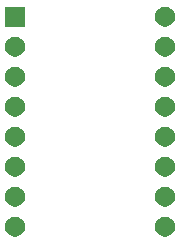
<source format=gbr>
G04 #@! TF.GenerationSoftware,KiCad,Pcbnew,(5.1.5)-3*
G04 #@! TF.CreationDate,2020-05-13T15:10:14-05:00*
G04 #@! TF.ProjectId,pt100stick,70743130-3073-4746-9963-6b2e6b696361,rev?*
G04 #@! TF.SameCoordinates,Original*
G04 #@! TF.FileFunction,Soldermask,Bot*
G04 #@! TF.FilePolarity,Negative*
%FSLAX46Y46*%
G04 Gerber Fmt 4.6, Leading zero omitted, Abs format (unit mm)*
G04 Created by KiCad (PCBNEW (5.1.5)-3) date 2020-05-13 15:10:14*
%MOMM*%
%LPD*%
G04 APERTURE LIST*
%ADD10C,0.100000*%
G04 APERTURE END LIST*
D10*
G36*
X142488228Y-88081703D02*
G01*
X142643100Y-88145853D01*
X142782481Y-88238985D01*
X142901015Y-88357519D01*
X142994147Y-88496900D01*
X143058297Y-88651772D01*
X143091000Y-88816184D01*
X143091000Y-88983816D01*
X143058297Y-89148228D01*
X142994147Y-89303100D01*
X142901015Y-89442481D01*
X142782481Y-89561015D01*
X142643100Y-89654147D01*
X142488228Y-89718297D01*
X142323816Y-89751000D01*
X142156184Y-89751000D01*
X141991772Y-89718297D01*
X141836900Y-89654147D01*
X141697519Y-89561015D01*
X141578985Y-89442481D01*
X141485853Y-89303100D01*
X141421703Y-89148228D01*
X141389000Y-88983816D01*
X141389000Y-88816184D01*
X141421703Y-88651772D01*
X141485853Y-88496900D01*
X141578985Y-88357519D01*
X141697519Y-88238985D01*
X141836900Y-88145853D01*
X141991772Y-88081703D01*
X142156184Y-88049000D01*
X142323816Y-88049000D01*
X142488228Y-88081703D01*
G37*
G36*
X155188228Y-88081703D02*
G01*
X155343100Y-88145853D01*
X155482481Y-88238985D01*
X155601015Y-88357519D01*
X155694147Y-88496900D01*
X155758297Y-88651772D01*
X155791000Y-88816184D01*
X155791000Y-88983816D01*
X155758297Y-89148228D01*
X155694147Y-89303100D01*
X155601015Y-89442481D01*
X155482481Y-89561015D01*
X155343100Y-89654147D01*
X155188228Y-89718297D01*
X155023816Y-89751000D01*
X154856184Y-89751000D01*
X154691772Y-89718297D01*
X154536900Y-89654147D01*
X154397519Y-89561015D01*
X154278985Y-89442481D01*
X154185853Y-89303100D01*
X154121703Y-89148228D01*
X154089000Y-88983816D01*
X154089000Y-88816184D01*
X154121703Y-88651772D01*
X154185853Y-88496900D01*
X154278985Y-88357519D01*
X154397519Y-88238985D01*
X154536900Y-88145853D01*
X154691772Y-88081703D01*
X154856184Y-88049000D01*
X155023816Y-88049000D01*
X155188228Y-88081703D01*
G37*
G36*
X155188228Y-85541703D02*
G01*
X155343100Y-85605853D01*
X155482481Y-85698985D01*
X155601015Y-85817519D01*
X155694147Y-85956900D01*
X155758297Y-86111772D01*
X155791000Y-86276184D01*
X155791000Y-86443816D01*
X155758297Y-86608228D01*
X155694147Y-86763100D01*
X155601015Y-86902481D01*
X155482481Y-87021015D01*
X155343100Y-87114147D01*
X155188228Y-87178297D01*
X155023816Y-87211000D01*
X154856184Y-87211000D01*
X154691772Y-87178297D01*
X154536900Y-87114147D01*
X154397519Y-87021015D01*
X154278985Y-86902481D01*
X154185853Y-86763100D01*
X154121703Y-86608228D01*
X154089000Y-86443816D01*
X154089000Y-86276184D01*
X154121703Y-86111772D01*
X154185853Y-85956900D01*
X154278985Y-85817519D01*
X154397519Y-85698985D01*
X154536900Y-85605853D01*
X154691772Y-85541703D01*
X154856184Y-85509000D01*
X155023816Y-85509000D01*
X155188228Y-85541703D01*
G37*
G36*
X142488228Y-85541703D02*
G01*
X142643100Y-85605853D01*
X142782481Y-85698985D01*
X142901015Y-85817519D01*
X142994147Y-85956900D01*
X143058297Y-86111772D01*
X143091000Y-86276184D01*
X143091000Y-86443816D01*
X143058297Y-86608228D01*
X142994147Y-86763100D01*
X142901015Y-86902481D01*
X142782481Y-87021015D01*
X142643100Y-87114147D01*
X142488228Y-87178297D01*
X142323816Y-87211000D01*
X142156184Y-87211000D01*
X141991772Y-87178297D01*
X141836900Y-87114147D01*
X141697519Y-87021015D01*
X141578985Y-86902481D01*
X141485853Y-86763100D01*
X141421703Y-86608228D01*
X141389000Y-86443816D01*
X141389000Y-86276184D01*
X141421703Y-86111772D01*
X141485853Y-85956900D01*
X141578985Y-85817519D01*
X141697519Y-85698985D01*
X141836900Y-85605853D01*
X141991772Y-85541703D01*
X142156184Y-85509000D01*
X142323816Y-85509000D01*
X142488228Y-85541703D01*
G37*
G36*
X142488228Y-83001703D02*
G01*
X142643100Y-83065853D01*
X142782481Y-83158985D01*
X142901015Y-83277519D01*
X142994147Y-83416900D01*
X143058297Y-83571772D01*
X143091000Y-83736184D01*
X143091000Y-83903816D01*
X143058297Y-84068228D01*
X142994147Y-84223100D01*
X142901015Y-84362481D01*
X142782481Y-84481015D01*
X142643100Y-84574147D01*
X142488228Y-84638297D01*
X142323816Y-84671000D01*
X142156184Y-84671000D01*
X141991772Y-84638297D01*
X141836900Y-84574147D01*
X141697519Y-84481015D01*
X141578985Y-84362481D01*
X141485853Y-84223100D01*
X141421703Y-84068228D01*
X141389000Y-83903816D01*
X141389000Y-83736184D01*
X141421703Y-83571772D01*
X141485853Y-83416900D01*
X141578985Y-83277519D01*
X141697519Y-83158985D01*
X141836900Y-83065853D01*
X141991772Y-83001703D01*
X142156184Y-82969000D01*
X142323816Y-82969000D01*
X142488228Y-83001703D01*
G37*
G36*
X155188228Y-83001703D02*
G01*
X155343100Y-83065853D01*
X155482481Y-83158985D01*
X155601015Y-83277519D01*
X155694147Y-83416900D01*
X155758297Y-83571772D01*
X155791000Y-83736184D01*
X155791000Y-83903816D01*
X155758297Y-84068228D01*
X155694147Y-84223100D01*
X155601015Y-84362481D01*
X155482481Y-84481015D01*
X155343100Y-84574147D01*
X155188228Y-84638297D01*
X155023816Y-84671000D01*
X154856184Y-84671000D01*
X154691772Y-84638297D01*
X154536900Y-84574147D01*
X154397519Y-84481015D01*
X154278985Y-84362481D01*
X154185853Y-84223100D01*
X154121703Y-84068228D01*
X154089000Y-83903816D01*
X154089000Y-83736184D01*
X154121703Y-83571772D01*
X154185853Y-83416900D01*
X154278985Y-83277519D01*
X154397519Y-83158985D01*
X154536900Y-83065853D01*
X154691772Y-83001703D01*
X154856184Y-82969000D01*
X155023816Y-82969000D01*
X155188228Y-83001703D01*
G37*
G36*
X155188228Y-80461703D02*
G01*
X155343100Y-80525853D01*
X155482481Y-80618985D01*
X155601015Y-80737519D01*
X155694147Y-80876900D01*
X155758297Y-81031772D01*
X155791000Y-81196184D01*
X155791000Y-81363816D01*
X155758297Y-81528228D01*
X155694147Y-81683100D01*
X155601015Y-81822481D01*
X155482481Y-81941015D01*
X155343100Y-82034147D01*
X155188228Y-82098297D01*
X155023816Y-82131000D01*
X154856184Y-82131000D01*
X154691772Y-82098297D01*
X154536900Y-82034147D01*
X154397519Y-81941015D01*
X154278985Y-81822481D01*
X154185853Y-81683100D01*
X154121703Y-81528228D01*
X154089000Y-81363816D01*
X154089000Y-81196184D01*
X154121703Y-81031772D01*
X154185853Y-80876900D01*
X154278985Y-80737519D01*
X154397519Y-80618985D01*
X154536900Y-80525853D01*
X154691772Y-80461703D01*
X154856184Y-80429000D01*
X155023816Y-80429000D01*
X155188228Y-80461703D01*
G37*
G36*
X142488228Y-80461703D02*
G01*
X142643100Y-80525853D01*
X142782481Y-80618985D01*
X142901015Y-80737519D01*
X142994147Y-80876900D01*
X143058297Y-81031772D01*
X143091000Y-81196184D01*
X143091000Y-81363816D01*
X143058297Y-81528228D01*
X142994147Y-81683100D01*
X142901015Y-81822481D01*
X142782481Y-81941015D01*
X142643100Y-82034147D01*
X142488228Y-82098297D01*
X142323816Y-82131000D01*
X142156184Y-82131000D01*
X141991772Y-82098297D01*
X141836900Y-82034147D01*
X141697519Y-81941015D01*
X141578985Y-81822481D01*
X141485853Y-81683100D01*
X141421703Y-81528228D01*
X141389000Y-81363816D01*
X141389000Y-81196184D01*
X141421703Y-81031772D01*
X141485853Y-80876900D01*
X141578985Y-80737519D01*
X141697519Y-80618985D01*
X141836900Y-80525853D01*
X141991772Y-80461703D01*
X142156184Y-80429000D01*
X142323816Y-80429000D01*
X142488228Y-80461703D01*
G37*
G36*
X142488228Y-77921703D02*
G01*
X142643100Y-77985853D01*
X142782481Y-78078985D01*
X142901015Y-78197519D01*
X142994147Y-78336900D01*
X143058297Y-78491772D01*
X143091000Y-78656184D01*
X143091000Y-78823816D01*
X143058297Y-78988228D01*
X142994147Y-79143100D01*
X142901015Y-79282481D01*
X142782481Y-79401015D01*
X142643100Y-79494147D01*
X142488228Y-79558297D01*
X142323816Y-79591000D01*
X142156184Y-79591000D01*
X141991772Y-79558297D01*
X141836900Y-79494147D01*
X141697519Y-79401015D01*
X141578985Y-79282481D01*
X141485853Y-79143100D01*
X141421703Y-78988228D01*
X141389000Y-78823816D01*
X141389000Y-78656184D01*
X141421703Y-78491772D01*
X141485853Y-78336900D01*
X141578985Y-78197519D01*
X141697519Y-78078985D01*
X141836900Y-77985853D01*
X141991772Y-77921703D01*
X142156184Y-77889000D01*
X142323816Y-77889000D01*
X142488228Y-77921703D01*
G37*
G36*
X155188228Y-77921703D02*
G01*
X155343100Y-77985853D01*
X155482481Y-78078985D01*
X155601015Y-78197519D01*
X155694147Y-78336900D01*
X155758297Y-78491772D01*
X155791000Y-78656184D01*
X155791000Y-78823816D01*
X155758297Y-78988228D01*
X155694147Y-79143100D01*
X155601015Y-79282481D01*
X155482481Y-79401015D01*
X155343100Y-79494147D01*
X155188228Y-79558297D01*
X155023816Y-79591000D01*
X154856184Y-79591000D01*
X154691772Y-79558297D01*
X154536900Y-79494147D01*
X154397519Y-79401015D01*
X154278985Y-79282481D01*
X154185853Y-79143100D01*
X154121703Y-78988228D01*
X154089000Y-78823816D01*
X154089000Y-78656184D01*
X154121703Y-78491772D01*
X154185853Y-78336900D01*
X154278985Y-78197519D01*
X154397519Y-78078985D01*
X154536900Y-77985853D01*
X154691772Y-77921703D01*
X154856184Y-77889000D01*
X155023816Y-77889000D01*
X155188228Y-77921703D01*
G37*
G36*
X155188228Y-75381703D02*
G01*
X155343100Y-75445853D01*
X155482481Y-75538985D01*
X155601015Y-75657519D01*
X155694147Y-75796900D01*
X155758297Y-75951772D01*
X155791000Y-76116184D01*
X155791000Y-76283816D01*
X155758297Y-76448228D01*
X155694147Y-76603100D01*
X155601015Y-76742481D01*
X155482481Y-76861015D01*
X155343100Y-76954147D01*
X155188228Y-77018297D01*
X155023816Y-77051000D01*
X154856184Y-77051000D01*
X154691772Y-77018297D01*
X154536900Y-76954147D01*
X154397519Y-76861015D01*
X154278985Y-76742481D01*
X154185853Y-76603100D01*
X154121703Y-76448228D01*
X154089000Y-76283816D01*
X154089000Y-76116184D01*
X154121703Y-75951772D01*
X154185853Y-75796900D01*
X154278985Y-75657519D01*
X154397519Y-75538985D01*
X154536900Y-75445853D01*
X154691772Y-75381703D01*
X154856184Y-75349000D01*
X155023816Y-75349000D01*
X155188228Y-75381703D01*
G37*
G36*
X142488228Y-75381703D02*
G01*
X142643100Y-75445853D01*
X142782481Y-75538985D01*
X142901015Y-75657519D01*
X142994147Y-75796900D01*
X143058297Y-75951772D01*
X143091000Y-76116184D01*
X143091000Y-76283816D01*
X143058297Y-76448228D01*
X142994147Y-76603100D01*
X142901015Y-76742481D01*
X142782481Y-76861015D01*
X142643100Y-76954147D01*
X142488228Y-77018297D01*
X142323816Y-77051000D01*
X142156184Y-77051000D01*
X141991772Y-77018297D01*
X141836900Y-76954147D01*
X141697519Y-76861015D01*
X141578985Y-76742481D01*
X141485853Y-76603100D01*
X141421703Y-76448228D01*
X141389000Y-76283816D01*
X141389000Y-76116184D01*
X141421703Y-75951772D01*
X141485853Y-75796900D01*
X141578985Y-75657519D01*
X141697519Y-75538985D01*
X141836900Y-75445853D01*
X141991772Y-75381703D01*
X142156184Y-75349000D01*
X142323816Y-75349000D01*
X142488228Y-75381703D01*
G37*
G36*
X155188228Y-72841703D02*
G01*
X155343100Y-72905853D01*
X155482481Y-72998985D01*
X155601015Y-73117519D01*
X155694147Y-73256900D01*
X155758297Y-73411772D01*
X155791000Y-73576184D01*
X155791000Y-73743816D01*
X155758297Y-73908228D01*
X155694147Y-74063100D01*
X155601015Y-74202481D01*
X155482481Y-74321015D01*
X155343100Y-74414147D01*
X155188228Y-74478297D01*
X155023816Y-74511000D01*
X154856184Y-74511000D01*
X154691772Y-74478297D01*
X154536900Y-74414147D01*
X154397519Y-74321015D01*
X154278985Y-74202481D01*
X154185853Y-74063100D01*
X154121703Y-73908228D01*
X154089000Y-73743816D01*
X154089000Y-73576184D01*
X154121703Y-73411772D01*
X154185853Y-73256900D01*
X154278985Y-73117519D01*
X154397519Y-72998985D01*
X154536900Y-72905853D01*
X154691772Y-72841703D01*
X154856184Y-72809000D01*
X155023816Y-72809000D01*
X155188228Y-72841703D01*
G37*
G36*
X142488228Y-72841703D02*
G01*
X142643100Y-72905853D01*
X142782481Y-72998985D01*
X142901015Y-73117519D01*
X142994147Y-73256900D01*
X143058297Y-73411772D01*
X143091000Y-73576184D01*
X143091000Y-73743816D01*
X143058297Y-73908228D01*
X142994147Y-74063100D01*
X142901015Y-74202481D01*
X142782481Y-74321015D01*
X142643100Y-74414147D01*
X142488228Y-74478297D01*
X142323816Y-74511000D01*
X142156184Y-74511000D01*
X141991772Y-74478297D01*
X141836900Y-74414147D01*
X141697519Y-74321015D01*
X141578985Y-74202481D01*
X141485853Y-74063100D01*
X141421703Y-73908228D01*
X141389000Y-73743816D01*
X141389000Y-73576184D01*
X141421703Y-73411772D01*
X141485853Y-73256900D01*
X141578985Y-73117519D01*
X141697519Y-72998985D01*
X141836900Y-72905853D01*
X141991772Y-72841703D01*
X142156184Y-72809000D01*
X142323816Y-72809000D01*
X142488228Y-72841703D01*
G37*
G36*
X143091000Y-71971000D02*
G01*
X141389000Y-71971000D01*
X141389000Y-70269000D01*
X143091000Y-70269000D01*
X143091000Y-71971000D01*
G37*
G36*
X155188228Y-70301703D02*
G01*
X155343100Y-70365853D01*
X155482481Y-70458985D01*
X155601015Y-70577519D01*
X155694147Y-70716900D01*
X155758297Y-70871772D01*
X155791000Y-71036184D01*
X155791000Y-71203816D01*
X155758297Y-71368228D01*
X155694147Y-71523100D01*
X155601015Y-71662481D01*
X155482481Y-71781015D01*
X155343100Y-71874147D01*
X155188228Y-71938297D01*
X155023816Y-71971000D01*
X154856184Y-71971000D01*
X154691772Y-71938297D01*
X154536900Y-71874147D01*
X154397519Y-71781015D01*
X154278985Y-71662481D01*
X154185853Y-71523100D01*
X154121703Y-71368228D01*
X154089000Y-71203816D01*
X154089000Y-71036184D01*
X154121703Y-70871772D01*
X154185853Y-70716900D01*
X154278985Y-70577519D01*
X154397519Y-70458985D01*
X154536900Y-70365853D01*
X154691772Y-70301703D01*
X154856184Y-70269000D01*
X155023816Y-70269000D01*
X155188228Y-70301703D01*
G37*
M02*

</source>
